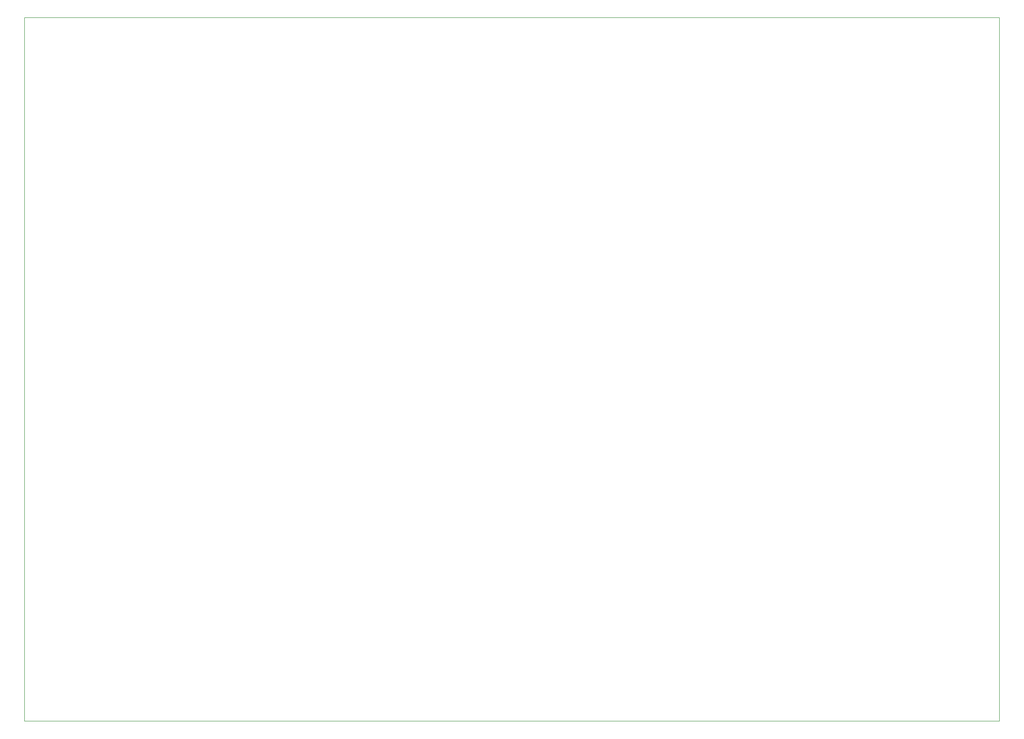
<source format=gbr>
%TF.GenerationSoftware,KiCad,Pcbnew,(5.99.0-11071-g7fde05e8ee)*%
%TF.CreationDate,2021-07-29T16:05:04+02:00*%
%TF.ProjectId,Mixduino,4d697864-7569-46e6-9f2e-6b696361645f,rev?*%
%TF.SameCoordinates,Original*%
%TF.FileFunction,Profile,NP*%
%FSLAX46Y46*%
G04 Gerber Fmt 4.6, Leading zero omitted, Abs format (unit mm)*
G04 Created by KiCad (PCBNEW (5.99.0-11071-g7fde05e8ee)) date 2021-07-29 16:05:04*
%MOMM*%
%LPD*%
G01*
G04 APERTURE LIST*
%TA.AperFunction,Profile*%
%ADD10C,0.150000*%
%TD*%
G04 APERTURE END LIST*
D10*
X479000000Y-311000000D02*
X119000000Y-311000000D01*
X119000000Y-311000000D02*
X119000000Y-51000000D01*
X479000000Y-51000000D02*
X479000000Y-311000000D01*
X119000000Y-51000000D02*
X479000000Y-51000000D01*
M02*

</source>
